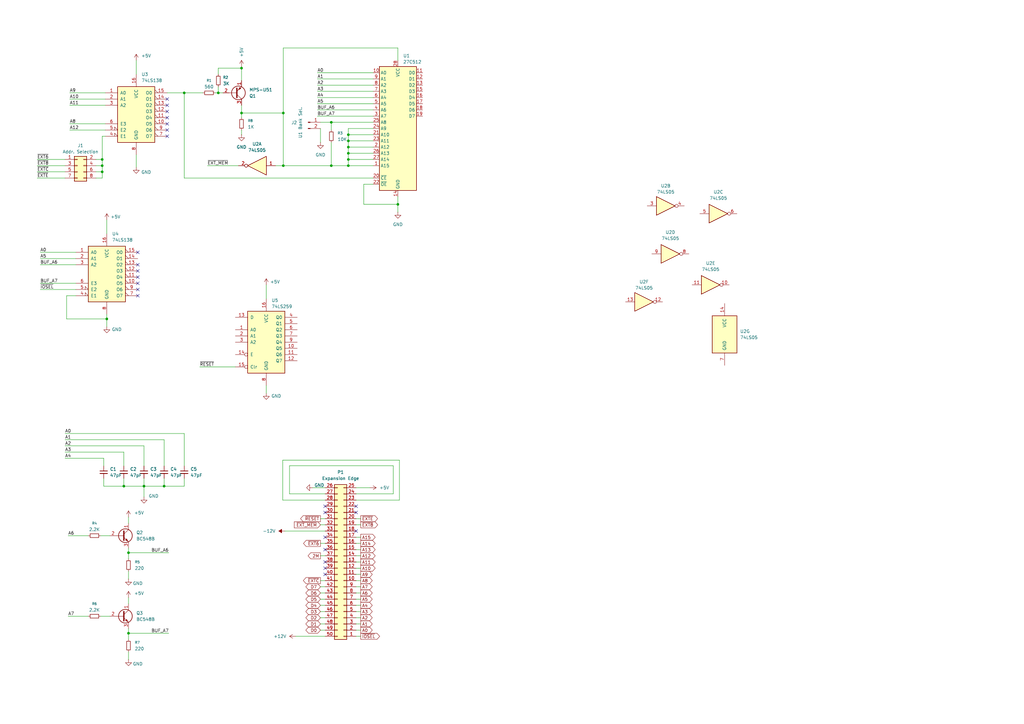
<source format=kicad_sch>
(kicad_sch (version 20250114) (generator "eeschema") (generator_version "9.0")
  (paper "A3")
  (lib_symbols
    (symbol "74xx:74LS05" (pin_names (offset 1.016))
      (property "Reference" "U" (at 0 1.27 0))
      (property "Value" "74LS05" (at 0 -1.27 0))
      (symbol "74LS05_1_0"
        (polyline (pts (xy -3.81 3.81) (xy -3.81 -3.81) (xy 3.81 0) (xy -3.81 3.81)) (stroke (width 0.254)) (fill (type background)))
        (pin input line (at -7.62 0 0) (length 3.81) (name "~") (number "1"))
        (pin open_collector inverted (at 7.62 0 180) (length 3.81) (name "~") (number "2"))
      )
      (symbol "74LS05_2_0"
        (polyline (pts (xy -3.81 3.81) (xy -3.81 -3.81) (xy 3.81 0) (xy -3.81 3.81)) (stroke (width 0.254)) (fill (type background)))
        (pin input line (at -7.62 0 0) (length 3.81) (name "~") (number "3"))
        (pin open_collector inverted (at 7.62 0 180) (length 3.81) (name "~") (number "4"))
      )
      (symbol "74LS05_3_0"
        (polyline (pts (xy -3.81 3.81) (xy -3.81 -3.81) (xy 3.81 0) (xy -3.81 3.81)) (stroke (width 0.254)) (fill (type background)))
        (pin input line (at -7.62 0 0) (length 3.81) (name "~") (number "5"))
        (pin open_collector inverted (at 7.62 0 180) (length 3.81) (name "~") (number "6"))
      )
      (symbol "74LS05_4_0"
        (polyline (pts (xy -3.81 3.81) (xy -3.81 -3.81) (xy 3.81 0) (xy -3.81 3.81)) (stroke (width 0.254)) (fill (type background)))
        (pin input line (at -7.62 0 0) (length 3.81) (name "~") (number "9"))
        (pin open_collector inverted (at 7.62 0 180) (length 3.81) (name "~") (number "8"))
      )
      (symbol "74LS05_5_0"
        (polyline (pts (xy -3.81 3.81) (xy -3.81 -3.81) (xy 3.81 0) (xy -3.81 3.81)) (stroke (width 0.254)) (fill (type background)))
        (pin input line (at -7.62 0 0) (length 3.81) (name "~") (number "11"))
        (pin open_collector inverted (at 7.62 0 180) (length 3.81) (name "~") (number "10"))
      )
      (symbol "74LS05_6_0"
        (polyline (pts (xy -3.81 3.81) (xy -3.81 -3.81) (xy 3.81 0) (xy -3.81 3.81)) (stroke (width 0.254)) (fill (type background)))
        (pin input line (at -7.62 0 0) (length 3.81) (name "~") (number "13"))
        (pin open_collector inverted (at 7.62 0 180) (length 3.81) (name "~") (number "12"))
      )
      (symbol "74LS05_7_0"
        (pin power_in line (at 0 12.7 270) (length 5.08) (name "VCC") (number "14"))
        (pin power_in line (at 0 -12.7 90) (length 5.08) (name "GND") (number "7"))
      )
      (symbol "74LS05_7_1"
        (rectangle (start -5.08 7.62) (end 5.08 -7.62) (stroke (width 0.254)) (fill (type background)))
      )
    )
    (symbol "74xx:74LS138" (pin_names (offset 1.016))
      (property "Reference" "U" (at -7.62 11.43 0))
      (property "Value" "74LS138" (at -7.62 -13.97 0))
      (symbol "74LS138_1_0"
        (pin input line (at -12.7 7.62 0) (length 5.08) (name "A0") (number "1"))
        (pin input line (at -12.7 5.08 0) (length 5.08) (name "A1") (number "2"))
        (pin input line (at -12.7 2.54 0) (length 5.08) (name "A2") (number "3"))
        (pin input line (at -12.7 -5.08 0) (length 5.08) (name "E3") (number "6"))
        (pin input input_low (at -12.7 -7.62 0) (length 5.08) (name "E2") (number "5"))
        (pin input input_low (at -12.7 -10.16 0) (length 5.08) (name "E1") (number "4"))
        (pin power_in line (at 0 15.24 270) (length 5.08) (name "VCC") (number "16"))
        (pin power_in line (at 0 -17.78 90) (length 5.08) (name "GND") (number "8"))
        (pin output output_low (at 12.7 7.62 180) (length 5.08) (name "O0") (number "15"))
        (pin output output_low (at 12.7 5.08 180) (length 5.08) (name "O1") (number "14"))
        (pin output output_low (at 12.7 2.54 180) (length 5.08) (name "O2") (number "13"))
        (pin output output_low (at 12.7 0 180) (length 5.08) (name "O3") (number "12"))
        (pin output output_low (at 12.7 -2.54 180) (length 5.08) (name "O4") (number "11"))
        (pin output output_low (at 12.7 -5.08 180) (length 5.08) (name "O5") (number "10"))
        (pin output output_low (at 12.7 -7.62 180) (length 5.08) (name "O6") (number "9"))
        (pin output output_low (at 12.7 -10.16 180) (length 5.08) (name "O7") (number "7"))
      )
      (symbol "74LS138_1_1"
        (rectangle (start -7.62 10.16) (end 7.62 -12.7) (stroke (width 0.254)) (fill (type background)))
      )
    )
    (symbol "74xx:74LS259" (pin_names (offset 1.016))
      (property "Reference" "U" (at -7.62 13.97 0))
      (property "Value" "74LS259" (at -7.62 -13.97 0))
      (symbol "74LS259_1_0"
        (pin input line (at -12.7 10.16 0) (length 5.08) (name "D") (number "13"))
        (pin input line (at -12.7 5.08 0) (length 5.08) (name "A0") (number "1"))
        (pin input line (at -12.7 2.54 0) (length 5.08) (name "A1") (number "2"))
        (pin input line (at -12.7 0 0) (length 5.08) (name "A2") (number "3"))
        (pin input inverted (at -12.7 -5.08 0) (length 5.08) (name "E") (number "14"))
        (pin input inverted (at -12.7 -10.16 0) (length 5.08) (name "Clr") (number "15"))
        (pin power_in line (at 0 17.78 270) (length 5.08) (name "VCC") (number "16"))
        (pin power_in line (at 0 -17.78 90) (length 5.08) (name "GND") (number "8"))
        (pin output line (at 12.7 10.16 180) (length 5.08) (name "Q0") (number "4"))
        (pin output line (at 12.7 7.62 180) (length 5.08) (name "Q1") (number "5"))
        (pin output line (at 12.7 5.08 180) (length 5.08) (name "Q2") (number "6"))
        (pin output line (at 12.7 2.54 180) (length 5.08) (name "Q3") (number "7"))
        (pin output line (at 12.7 0 180) (length 5.08) (name "Q4") (number "9"))
        (pin output line (at 12.7 -2.54 180) (length 5.08) (name "Q5") (number "10"))
        (pin output line (at 12.7 -5.08 180) (length 5.08) (name "Q6") (number "11"))
        (pin output line (at 12.7 -7.62 180) (length 5.08) (name "Q7") (number "12"))
      )
      (symbol "74LS259_1_1"
        (rectangle (start -7.62 12.7) (end 7.62 -12.7) (stroke (width 0.254)) (fill (type background)))
      )
    )
    (symbol "Connector:Conn_01x02_Pin" (pin_names (offset 1.016) (hide yes))
      (property "Reference" "J" (at 0 2.54 0))
      (property "Value" "Conn_01x02_Pin" (at 0 -5.08 0))
      (symbol "Conn_01x02_Pin_1_1"
        (rectangle (start 0.8636 0.127) (end 0 -0.127) (stroke (width 0.1524)) (fill (type outline)))
        (rectangle (start 0.8636 -2.413) (end 0 -2.667) (stroke (width 0.1524)) (fill (type outline)))
        (polyline (pts (xy 1.27 0) (xy 0.8636 0)) (stroke (width 0.1524)))
        (polyline (pts (xy 1.27 -2.54) (xy 0.8636 -2.54)) (stroke (width 0.1524)))
        (pin passive line (at 5.08 0 180) (length 3.81) (name "Pin_1") (number "1"))
        (pin passive line (at 5.08 -2.54 180) (length 3.81) (name "Pin_2") (number "2"))
      )
    )
    (symbol "Connector_Generic:Conn_02x04_Odd_Even" (pin_names (offset 1.016) (hide yes))
      (property "Reference" "J" (at 1.27 5.08 0))
      (property "Value" "Conn_02x04_Odd_Even" (at 1.27 -7.62 0))
      (symbol "Conn_02x04_Odd_Even_1_1"
        (rectangle (start -1.27 3.81) (end 3.81 -6.35) (stroke (width 0.254)) (fill (type background)))
        (rectangle (start -1.27 2.667) (end 0 2.413) (stroke (width 0.1524)))
        (rectangle (start -1.27 0.127) (end 0 -0.127) (stroke (width 0.1524)))
        (rectangle (start -1.27 -2.413) (end 0 -2.667) (stroke (width 0.1524)))
        (rectangle (start -1.27 -4.953) (end 0 -5.207) (stroke (width 0.1524)))
        (rectangle (start 3.81 2.667) (end 2.54 2.413) (stroke (width 0.1524)))
        (rectangle (start 3.81 0.127) (end 2.54 -0.127) (stroke (width 0.1524)))
        (rectangle (start 3.81 -2.413) (end 2.54 -2.667) (stroke (width 0.1524)))
        (rectangle (start 3.81 -4.953) (end 2.54 -5.207) (stroke (width 0.1524)))
        (pin passive line (at -5.08 2.54 0) (length 3.81) (name "Pin_1") (number "1"))
        (pin passive line (at -5.08 0 0) (length 3.81) (name "Pin_3") (number "3"))
        (pin passive line (at -5.08 -2.54 0) (length 3.81) (name "Pin_5") (number "5"))
        (pin passive line (at -5.08 -5.08 0) (length 3.81) (name "Pin_7") (number "7"))
        (pin passive line (at 7.62 2.54 180) (length 3.81) (name "Pin_2") (number "2"))
        (pin passive line (at 7.62 0 180) (length 3.81) (name "Pin_4") (number "4"))
        (pin passive line (at 7.62 -2.54 180) (length 3.81) (name "Pin_6") (number "6"))
        (pin passive line (at 7.62 -5.08 180) (length 3.81) (name "Pin_8") (number "8"))
      )
    )
    (symbol "Connector_Generic:Conn_02x25_Counter_Clockwise" (pin_names (offset 1.016) (hide yes))
      (property "Reference" "J" (at 1.27 33.02 0))
      (property "Value" "Conn_02x25_Counter_Clockwise" (at 1.27 -33.02 0))
      (symbol "Conn_02x25_Counter_Clockwise_1_1"
        (rectangle (start -1.27 31.75) (end 3.81 -31.75) (stroke (width 0.254)) (fill (type background)))
        (rectangle (start -1.27 30.607) (end 0 30.353) (stroke (width 0.1524)))
        (rectangle (start -1.27 28.067) (end 0 27.813) (stroke (width 0.1524)))
        (rectangle (start -1.27 25.527) (end 0 25.273) (stroke (width 0.1524)))
        (rectangle (start -1.27 22.987) (end 0 22.733) (stroke (width 0.1524)))
        (rectangle (start -1.27 20.447) (end 0 20.193) (stroke (width 0.1524)))
        (rectangle (start -1.27 17.907) (end 0 17.653) (stroke (width 0.1524)))
        (rectangle (start -1.27 15.367) (end 0 15.113) (stroke (width 0.1524)))
        (rectangle (start -1.27 12.827) (end 0 12.573) (stroke (width 0.1524)))
        (rectangle (start -1.27 10.287) (end 0 10.033) (stroke (width 0.1524)))
        (rectangle (start -1.27 7.747) (end 0 7.493) (stroke (width 0.1524)))
        (rectangle (start -1.27 5.207) (end 0 4.953) (stroke (width 0.1524)))
        (rectangle (start -1.27 2.667) (end 0 2.413) (stroke (width 0.1524)))
        (rectangle (start -1.27 0.127) (end 0 -0.127) (stroke (width 0.1524)))
        (rectangle (start -1.27 -2.413) (end 0 -2.667) (stroke (width 0.1524)))
        (rectangle (start -1.27 -4.953) (end 0 -5.207) (stroke (width 0.1524)))
        (rectangle (start -1.27 -7.493) (end 0 -7.747) (stroke (width 0.1524)))
        (rectangle (start -1.27 -10.033) (end 0 -10.287) (stroke (width 0.1524)))
        (rectangle (start -1.27 -12.573) (end 0 -12.827) (stroke (width 0.1524)))
        (rectangle (start -1.27 -15.113) (end 0 -15.367) (stroke (width 0.1524)))
        (rectangle (start -1.27 -17.653) (end 0 -17.907) (stroke (width 0.1524)))
        (rectangle (start -1.27 -20.193) (end 0 -20.447) (stroke (width 0.1524)))
        (rectangle (start -1.27 -22.733) (end 0 -22.987) (stroke (width 0.1524)))
        (rectangle (start -1.27 -25.273) (end 0 -25.527) (stroke (width 0.1524)))
        (rectangle (start -1.27 -27.813) (end 0 -28.067) (stroke (width 0.1524)))
        (rectangle (start -1.27 -30.353) (end 0 -30.607) (stroke (width 0.1524)))
        (rectangle (start 3.81 30.607) (end 2.54 30.353) (stroke (width 0.1524)))
        (rectangle (start 3.81 28.067) (end 2.54 27.813) (stroke (width 0.1524)))
        (rectangle (start 3.81 25.527) (end 2.54 25.273) (stroke (width 0.1524)))
        (rectangle (start 3.81 22.987) (end 2.54 22.733) (stroke (width 0.1524)))
        (rectangle (start 3.81 20.447) (end 2.54 20.193) (stroke (width 0.1524)))
        (rectangle (start 3.81 17.907) (end 2.54 17.653) (stroke (width 0.1524)))
        (rectangle (start 3.81 15.367) (end 2.54 15.113) (stroke (width 0.1524)))
        (rectangle (start 3.81 12.827) (end 2.54 12.573) (stroke (width 0.1524)))
        (rectangle (start 3.81 10.287) (end 2.54 10.033) (stroke (width 0.1524)))
        (rectangle (start 3.81 7.747) (end 2.54 7.493) (stroke (width 0.1524)))
        (rectangle (start 3.81 5.207) (end 2.54 4.953) (stroke (width 0.1524)))
        (rectangle (start 3.81 2.667) (end 2.54 2.413) (stroke (width 0.1524)))
        (rectangle (start 3.81 0.127) (end 2.54 -0.127) (stroke (width 0.1524)))
        (rectangle (start 3.81 -2.413) (end 2.54 -2.667) (stroke (width 0.1524)))
        (rectangle (start 3.81 -4.953) (end 2.54 -5.207) (stroke (width 0.1524)))
        (rectangle (start 3.81 -7.493) (end 2.54 -7.747) (stroke (width 0.1524)))
        (rectangle (start 3.81 -10.033) (end 2.54 -10.287) (stroke (width 0.1524)))
        (rectangle (start 3.81 -12.573) (end 2.54 -12.827) (stroke (width 0.1524)))
        (rectangle (start 3.81 -15.113) (end 2.54 -15.367) (stroke (width 0.1524)))
        (rectangle (start 3.81 -17.653) (end 2.54 -17.907) (stroke (width 0.1524)))
        (rectangle (start 3.81 -20.193) (end 2.54 -20.447) (stroke (width 0.1524)))
        (rectangle (start 3.81 -22.733) (end 2.54 -22.987) (stroke (width 0.1524)))
        (rectangle (start 3.81 -25.273) (end 2.54 -25.527) (stroke (width 0.1524)))
        (rectangle (start 3.81 -27.813) (end 2.54 -28.067) (stroke (width 0.1524)))
        (rectangle (start 3.81 -30.353) (end 2.54 -30.607) (stroke (width 0.1524)))
        (pin passive line (at -5.08 30.48 0) (length 3.81) (name "Pin_1") (number "1"))
        (pin passive line (at -5.08 27.94 0) (length 3.81) (name "Pin_2") (number "2"))
        (pin passive line (at -5.08 25.4 0) (length 3.81) (name "Pin_3") (number "3"))
        (pin passive line (at -5.08 22.86 0) (length 3.81) (name "Pin_4") (number "4"))
        (pin passive line (at -5.08 20.32 0) (length 3.81) (name "Pin_5") (number "5"))
        (pin passive line (at -5.08 17.78 0) (length 3.81) (name "Pin_6") (number "6"))
        (pin passive line (at -5.08 15.24 0) (length 3.81) (name "Pin_7") (number "7"))
        (pin passive line (at -5.08 12.7 0) (length 3.81) (name "Pin_8") (number "8"))
        (pin passive line (at -5.08 10.16 0) (length 3.81) (name "Pin_9") (number "9"))
        (pin passive line (at -5.08 7.62 0) (length 3.81) (name "Pin_10") (number "10"))
        (pin passive line (at -5.08 5.08 0) (length 3.81) (name "Pin_11") (number "11"))
        (pin passive line (at -5.08 2.54 0) (length 3.81) (name "Pin_12") (number "12"))
        (pin passive line (at -5.08 0 0) (length 3.81) (name "Pin_13") (number "13"))
        (pin passive line (at -5.08 -2.54 0) (length 3.81) (name "Pin_14") (number "14"))
        (pin passive line (at -5.08 -5.08 0) (length 3.81) (name "Pin_15") (number "15"))
        (pin passive line (at -5.08 -7.62 0) (length 3.81) (name "Pin_16") (number "16"))
        (pin passive line (at -5.08 -10.16 0) (length 3.81) (name "Pin_17") (number "17"))
        (pin passive line (at -5.08 -12.7 0) (length 3.81) (name "Pin_18") (number "18"))
        (pin passive line (at -5.08 -15.24 0) (length 3.81) (name "Pin_19") (number "19"))
        (pin passive line (at -5.08 -17.78 0) (length 3.81) (name "Pin_20") (number "20"))
        (pin passive line (at -5.08 -20.32 0) (length 3.81) (name "Pin_21") (number "21"))
        (pin passive line (at -5.08 -22.86 0) (length 3.81) (name "Pin_22") (number "22"))
        (pin passive line (at -5.08 -25.4 0) (length 3.81) (name "Pin_23") (number "23"))
        (pin passive line (at -5.08 -27.94 0) (length 3.81) (name "Pin_24") (number "24"))
        (pin passive line (at -5.08 -30.48 0) (length 3.81) (name "Pin_25") (number "25"))
        (pin passive line (at 7.62 30.48 180) (length 3.81) (name "Pin_50") (number "50"))
        (pin passive line (at 7.62 27.94 180) (length 3.81) (name "Pin_49") (number "49"))
        (pin passive line (at 7.62 25.4 180) (length 3.81) (name "Pin_48") (number "48"))
        (pin passive line (at 7.62 22.86 180) (length 3.81) (name "Pin_47") (number "47"))
        (pin passive line (at 7.62 20.32 180) (length 3.81) (name "Pin_46") (number "46"))
        (pin passive line (at 7.62 17.78 180) (length 3.81) (name "Pin_45") (number "45"))
        (pin passive line (at 7.62 15.24 180) (length 3.81) (name "Pin_44") (number "44"))
        (pin passive line (at 7.62 12.7 180) (length 3.81) (name "Pin_43") (number "43"))
        (pin passive line (at 7.62 10.16 180) (length 3.81) (name "Pin_42") (number "42"))
        (pin passive line (at 7.62 7.62 180) (length 3.81) (name "Pin_41") (number "41"))
        (pin passive line (at 7.62 5.08 180) (length 3.81) (name "Pin_40") (number "40"))
        (pin passive line (at 7.62 2.54 180) (length 3.81) (name "Pin_39") (number "39"))
        (pin passive line (at 7.62 0 180) (length 3.81) (name "Pin_38") (number "38"))
        (pin passive line (at 7.62 -2.54 180) (length 3.81) (name "Pin_37") (number "37"))
        (pin passive line (at 7.62 -5.08 180) (length 3.81) (name "Pin_36") (number "36"))
        (pin passive line (at 7.62 -7.62 180) (length 3.81) (name "Pin_35") (number "35"))
        (pin passive line (at 7.62 -10.16 180) (length 3.81) (name "Pin_34") (number "34"))
        (pin passive line (at 7.62 -12.7 180) (length 3.81) (name "Pin_33") (number "33"))
        (pin passive line (at 7.62 -15.24 180) (length 3.81) (name "Pin_32") (number "32"))
        (pin passive line (at 7.62 -17.78 180) (length 3.81) (name "Pin_31") (number "31"))
        (pin passive line (at 7.62 -20.32 180) (length 3.81) (name "Pin_30") (number "30"))
        (pin passive line (at 7.62 -22.86 180) (length 3.81) (name "Pin_29") (number "29"))
        (pin passive line (at 7.62 -25.4 180) (length 3.81) (name "Pin_28") (number "28"))
        (pin passive line (at 7.62 -27.94 180) (length 3.81) (name "Pin_27") (number "27"))
        (pin passive line (at 7.62 -30.48 180) (length 3.81) (name "Pin_26") (number "26"))
      )
    )
    (symbol "Device:C_Small" (pin_numbers (hide yes)) (pin_names (offset 0.254) (hide yes))
      (property "Reference" "C" (at 0.254 1.778 0))
      (property "Value" "C_Small" (at 0.254 -2.032 0))
      (symbol "C_Small_0_1"
        (polyline (pts (xy -1.524 0.508) (xy 1.524 0.508)) (stroke (width 0.3048)))
        (polyline (pts (xy -1.524 -0.508) (xy 1.524 -0.508)) (stroke (width 0.3302)))
      )
      (symbol "C_Small_1_1"
        (pin passive line (at 0 2.54 270) (length 2.032) (name "~") (number "1"))
        (pin passive line (at 0 -2.54 90) (length 2.032) (name "~") (number "2"))
      )
    )
    (symbol "Device:R_Small" (pin_numbers (hide yes)) (pin_names (offset 0.254) (hide yes))
      (property "Reference" "R" (at 0 0 90))
      (property "Value" "R_Small" (at 1.778 0 90))
      (symbol "R_Small_0_1"
        (rectangle (start -0.762 1.778) (end 0.762 -1.778) (stroke (width 0.2032)))
      )
      (symbol "R_Small_1_1"
        (pin passive line (at 0 2.54 270) (length 0.762) (name "~") (number "1"))
        (pin passive line (at 0 -2.54 90) (length 0.762) (name "~") (number "2"))
      )
    )
    (symbol "GND_1" (power) (pin_numbers (hide yes)) (pin_names (offset 0) (hide yes))
      (property "Value" "GND" (at 0 -3.81 0))
      (symbol "GND_1_0_1"
        (polyline (pts (xy 0 0) (xy 0 -1.27) (xy 1.27 -1.27) (xy 0 -2.54) (xy -1.27 -1.27) (xy 0 -1.27)))
      )
      (symbol "GND_1_1_1"
        (pin power_in line (at 0 0 270) (length 0) (name "~") (number "1"))
      )
    )
    (symbol "GND_2" (power) (pin_numbers (hide yes)) (pin_names (offset 0) (hide yes))
      (property "Value" "GND" (at 0 -3.81 0))
      (symbol "GND_2_0_1"
        (polyline (pts (xy 0 0) (xy 0 -1.27) (xy 1.27 -1.27) (xy 0 -2.54) (xy -1.27 -1.27) (xy 0 -1.27)))
      )
      (symbol "GND_2_1_1"
        (pin power_in line (at 0 0 270) (length 0) (name "~") (number "1"))
      )
    )
    (symbol "Memory_EPROM:27C512"
      (property "Reference" "U" (at -7.62 26.67 0))
      (property "Value" "27C512" (at 2.54 -26.67 0))
      (symbol "27C512_1_1"
        (rectangle (start -7.62 25.4) (end 7.62 -25.4) (stroke (width 0.254)) (fill (type background)))
        (pin input line (at -10.16 22.86 0) (length 2.54) (name "A0") (number "10"))
        (pin input line (at -10.16 20.32 0) (length 2.54) (name "A1") (number "9"))
        (pin input line (at -10.16 17.78 0) (length 2.54) (name "A2") (number "8"))
        (pin input line (at -10.16 15.24 0) (length 2.54) (name "A3") (number "7"))
        (pin input line (at -10.16 12.7 0) (length 2.54) (name "A4") (number "6"))
        (pin input line (at -10.16 10.16 0) (length 2.54) (name "A5") (number "5"))
        (pin input line (at -10.16 7.62 0) (length 2.54) (name "A6") (number "4"))
        (pin input line (at -10.16 5.08 0) (length 2.54) (name "A7") (number "3"))
        (pin input line (at -10.16 2.54 0) (length 2.54) (name "A8") (number "25"))
        (pin input line (at -10.16 0 0) (length 2.54) (name "A9") (number "24"))
        (pin input line (at -10.16 -2.54 0) (length 2.54) (name "A10") (number "21"))
        (pin input line (at -10.16 -5.08 0) (length 2.54) (name "A11") (number "23"))
        (pin input line (at -10.16 -7.62 0) (length 2.54) (name "A12") (number "2"))
        (pin input line (at -10.16 -10.16 0) (length 2.54) (name "A13") (number "26"))
        (pin input line (at -10.16 -12.7 0) (length 2.54) (name "A14") (number "27"))
        (pin input line (at -10.16 -15.24 0) (length 2.54) (name "A15") (number "1"))
        (pin input line (at -10.16 -20.32 0) (length 2.54) (name "~{CE}") (number "20"))
        (pin input line (at -10.16 -22.86 0) (length 2.54) (name "~{OE}") (number "22"))
        (pin power_in line (at 0 27.94 270) (length 2.54) (name "VCC") (number "28"))
        (pin power_in line (at 0 -27.94 90) (length 2.54) (name "GND") (number "14"))
        (pin tri_state line (at 10.16 22.86 180) (length 2.54) (name "D0") (number "11"))
        (pin tri_state line (at 10.16 20.32 180) (length 2.54) (name "D1") (number "12"))
        (pin tri_state line (at 10.16 17.78 180) (length 2.54) (name "D2") (number "13"))
        (pin tri_state line (at 10.16 15.24 180) (length 2.54) (name "D3") (number "15"))
        (pin tri_state line (at 10.16 12.7 180) (length 2.54) (name "D4") (number "16"))
        (pin tri_state line (at 10.16 10.16 180) (length 2.54) (name "D5") (number "17"))
        (pin tri_state line (at 10.16 7.62 180) (length 2.54) (name "D6") (number "18"))
        (pin tri_state line (at 10.16 5.08 180) (length 2.54) (name "D7") (number "19"))
      )
    )
    (symbol "Transistor_BJT:BC548" (pin_names (offset 0) (hide yes))
      (property "Reference" "Q" (at 5.08 1.905 0))
      (property "Value" "BC548" (at 5.08 0 0))
      (symbol "BC548_0_1"
        (polyline (pts (xy -2.54 0) (xy 0.635 0)))
        (polyline (pts (xy 0.635 1.905) (xy 0.635 -1.905)) (stroke (width 0.508)))
        (circle (center 1.27 0) (radius 2.8194) (stroke (width 0.254)))
      )
      (symbol "BC548_1_1"
        (polyline (pts (xy 0.635 0.635) (xy 2.54 2.54)))
        (polyline (pts (xy 0.635 -0.635) (xy 2.54 -2.54)))
        (polyline (pts (xy 1.27 -1.778) (xy 1.778 -1.27) (xy 2.286 -2.286) (xy 1.27 -1.778)) (fill (type outline)))
        (pin input line (at -5.08 0 0) (length 2.54) (name "B") (number "2"))
        (pin passive line (at 2.54 5.08 270) (length 2.54) (name "C") (number "1"))
        (pin passive line (at 2.54 -5.08 90) (length 2.54) (name "E") (number "3"))
      )
    )
    (symbol "Transistor_BJT:Q_PNP_EBC" (pin_names (offset 0) (hide yes))
      (property "Reference" "Q" (at 5.08 1.27 0))
      (property "Value" "Q_PNP_EBC" (at 5.08 -1.27 0))
      (symbol "Q_PNP_EBC_0_1"
        (polyline (pts (xy -2.54 0) (xy 0.635 0)))
        (polyline (pts (xy 0.635 1.905) (xy 0.635 -1.905)) (stroke (width 0.508)))
        (polyline (pts (xy 0.635 0.635) (xy 2.54 2.54)))
        (polyline (pts (xy 0.635 -0.635) (xy 2.54 -2.54)))
        (circle (center 1.27 0) (radius 2.8194) (stroke (width 0.254)))
        (polyline (pts (xy 2.286 -1.778) (xy 1.778 -2.286) (xy 1.27 -1.27) (xy 2.286 -1.778)) (fill (type outline)))
      )
      (symbol "Q_PNP_EBC_1_1"
        (pin input line (at -5.08 0 0) (length 2.54) (name "B") (number "2"))
        (pin passive line (at 2.54 5.08 270) (length 2.54) (name "C") (number "3"))
        (pin passive line (at 2.54 -5.08 90) (length 2.54) (name "E") (number "1"))
      )
    )
    (symbol "power:+12V" (power) (pin_names (offset 0))
      (property "Value" "+12V" (at 0 3.556 0))
      (symbol "+12V_0_1"
        (polyline (pts (xy -0.762 1.27) (xy 0 2.54)))
        (polyline (pts (xy 0 2.54) (xy 0.762 1.27)))
        (polyline (pts (xy 0 0) (xy 0 2.54)))
      )
      (symbol "+12V_1_1"
        (pin power_in line (at 0 0 90) (length 0) (hide yes) (name "+12V") (number "1"))
      )
    )
    (symbol "power:+5V" (power) (pin_names (offset 0))
      (property "Value" "+5V" (at 0 3.556 0))
      (symbol "+5V_0_1"
        (polyline (pts (xy -0.762 1.27) (xy 0 2.54)))
        (polyline (pts (xy 0 2.54) (xy 0.762 1.27)))
        (polyline (pts (xy 0 0) (xy 0 2.54)))
      )
      (symbol "+5V_1_1"
        (pin power_in line (at 0 0 90) (length 0) (hide yes) (name "+5V") (number "1"))
      )
    )
    (symbol "power:-12V" (power) (pin_names (offset 0))
      (property "Value" "-12V" (at 0 3.81 0))
      (symbol "-12V_0_0"
        (pin power_in line (at 0 0 90) (length 0) (hide yes) (name "-12V") (number "1"))
      )
      (symbol "-12V_0_1"
        (polyline (pts (xy 0 0) (xy 0 1.27) (xy 0.762 1.27) (xy 0 2.54) (xy -0.762 1.27) (xy 0 1.27)) (fill (type outline)))
      )
    )
    (symbol "power:GND" (power) (pin_names (offset 0))
      (property "Value" "GND" (at 0 -3.81 0))
      (symbol "GND_0_1"
        (polyline (pts (xy 0 0) (xy 0 -1.27) (xy 1.27 -1.27) (xy 0 -2.54) (xy -1.27 -1.27) (xy 0 -1.27)))
      )
      (symbol "GND_1_1"
        (pin power_in line (at 0 0 270) (length 0) (hide yes) (name "GND") (number "1"))
      )
    )
  )
  (junction (at 142.875 62.865))
  (junction (at 116.205 67.945))
  (junction (at 59.055 199.39))
  (junction (at 142.875 67.945))
  (junction (at 52.705 226.695))
  (junction (at 67.31 199.39))
  (junction (at 41.91 65.405))
  (junction (at 99.06 27.94))
  (junction (at 52.705 259.715))
  (junction (at 142.875 57.785))
  (junction (at 50.8 199.39))
  (junction (at 99.06 46.355))
  (junction (at 142.875 60.325))
  (junction (at 116.205 46.355))
  (junction (at 135.89 67.945))
  (junction (at 89.535 38.1))
  (junction (at 41.91 70.485))
  (junction (at 75.565 38.1))
  (junction (at 142.875 55.245))
  (junction (at 43.815 130.81))
  (junction (at 135.89 50.165))
  (junction (at 163.195 83.82))
  (junction (at 142.875 65.405))
  (junction (at 41.91 67.945))
  (no_connect (at 68.58 45.72))
  (no_connect (at 146.05 207.645))
  (no_connect (at 133.35 210.185))
  (no_connect (at 56.515 103.505))
  (no_connect (at 133.35 233.045))
  (no_connect (at 56.515 108.585))
  (no_connect (at 56.515 113.665))
  (no_connect (at 56.515 116.205))
  (no_connect (at 133.35 230.505))
  (no_connect (at 146.05 210.185))
  (no_connect (at 133.35 225.425))
  (no_connect (at 133.35 207.645))
  (no_connect (at 56.515 118.745))
  (no_connect (at 68.58 40.64))
  (no_connect (at 146.05 217.805))
  (no_connect (at 68.58 55.88))
  (no_connect (at 68.58 48.26))
  (no_connect (at 133.35 235.585))
  (no_connect (at 68.58 43.18))
  (no_connect (at 56.515 121.285))
  (no_connect (at 56.515 111.125))
  (no_connect (at 133.35 220.345))
  (no_connect (at 68.58 53.34))
  (no_connect (at 68.58 50.8))
  (wire (pts (xy 142.875 55.245) (xy 142.875 57.785)))
  (wire (pts (xy 135.89 50.165) (xy 153.035 50.165)))
  (wire (pts (xy 28.575 40.64) (xy 43.18 40.64)))
  (wire (pts (xy 75.565 73.025) (xy 153.035 73.025)))
  (wire (pts (xy 130.175 32.385) (xy 153.035 32.385)))
  (wire (pts (xy 116.205 67.945) (xy 135.89 67.945)))
  (wire (pts (xy 118.745 191.008) (xy 118.745 202.565)))
  (wire (pts (xy 153.035 57.785) (xy 142.875 57.785)))
  (wire (pts (xy 52.705 212.09) (xy 52.705 214.63)))
  (wire (pts (xy 146.05 250.825) (xy 147.955 250.825)))
  (wire (pts (xy 43.815 95.885) (xy 43.815 90.17)))
  (wire (pts (xy 75.565 177.8) (xy 75.565 191.135)))
  (wire (pts (xy 16.51 108.585) (xy 31.115 108.585)))
  (wire (pts (xy 146.05 222.885) (xy 147.955 222.885)))
  (wire (pts (xy 161.29 191.008) (xy 118.745 191.008)))
  (wire (pts (xy 55.88 30.48) (xy 55.88 24.765)))
  (wire (pts (xy 142.875 52.705) (xy 142.875 55.245)))
  (wire (pts (xy 142.875 65.405) (xy 142.875 67.945)))
  (wire (pts (xy 115.951 205.105) (xy 133.35 205.105)))
  (wire (pts (xy 131.445 227.965) (xy 133.35 227.965)))
  (wire (pts (xy 99.06 46.355) (xy 99.06 48.26)))
  (wire (pts (xy 146.05 215.265) (xy 147.955 215.265)))
  (wire (pts (xy 131.445 253.365) (xy 133.35 253.365)))
  (wire (pts (xy 89.535 35.56) (xy 89.535 38.1)))
  (wire (pts (xy 153.035 67.945) (xy 142.875 67.945)))
  (wire (pts (xy 109.22 122.555) (xy 109.22 116.84)))
  (wire (pts (xy 39.37 65.405) (xy 41.91 65.405)))
  (wire (pts (xy 26.67 187.96) (xy 42.545 187.96)))
  (wire (pts (xy 146.05 248.285) (xy 147.955 248.285)))
  (wire (pts (xy 163.83 205.105) (xy 163.83 188.722)))
  (wire (pts (xy 99.06 53.34) (xy 99.06 55.245)))
  (wire (pts (xy 43.18 55.88) (xy 41.91 55.88)))
  (wire (pts (xy 16.51 103.505) (xy 31.115 103.505)))
  (wire (pts (xy 146.05 240.665) (xy 147.955 240.665)))
  (wire (pts (xy 52.705 245.11) (xy 52.705 247.65)))
  (wire (pts (xy 128.27 200.025) (xy 133.35 200.025)))
  (wire (pts (xy 146.05 235.585) (xy 147.955 235.585)))
  (wire (pts (xy 41.91 70.485) (xy 41.91 73.025)))
  (wire (pts (xy 43.815 133.985) (xy 43.815 130.81)))
  (wire (pts (xy 149.225 75.565) (xy 149.225 83.82)))
  (wire (pts (xy 75.565 38.1) (xy 83.185 38.1)))
  (wire (pts (xy 131.445 243.205) (xy 133.35 243.205)))
  (wire (pts (xy 42.545 196.215) (xy 42.545 199.39)))
  (wire (pts (xy 28.575 38.1) (xy 43.18 38.1)))
  (wire (pts (xy 39.37 67.945) (xy 41.91 67.945)))
  (wire (pts (xy 153.035 65.405) (xy 142.875 65.405)))
  (wire (pts (xy 130.175 37.465) (xy 153.035 37.465)))
  (wire (pts (xy 146.05 253.365) (xy 147.955 253.365)))
  (wire (pts (xy 146.05 260.985) (xy 147.955 260.985)))
  (wire (pts (xy 26.67 182.88) (xy 59.055 182.88)))
  (wire (pts (xy 31.115 121.285) (xy 27.305 121.285)))
  (wire (pts (xy 163.195 19.685) (xy 116.205 19.685)))
  (wire (pts (xy 153.035 60.325) (xy 142.875 60.325)))
  (wire (pts (xy 59.055 199.39) (xy 59.055 203.835)))
  (wire (pts (xy 28.575 43.18) (xy 43.18 43.18)))
  (wire (pts (xy 113.03 67.945) (xy 116.205 67.945)))
  (wire (pts (xy 120.015 -3.175) (xy 120.015 -8.89)))
  (wire (pts (xy 131.445 238.125) (xy 133.35 238.125)))
  (wire (pts (xy 43.815 130.81) (xy 43.815 128.905)))
  (wire (pts (xy 131.445 245.745) (xy 133.35 245.745)))
  (wire (pts (xy 85.09 67.945) (xy 97.79 67.945)))
  (wire (pts (xy 26.67 177.8) (xy 75.565 177.8)))
  (wire (pts (xy 146.05 258.445) (xy 147.955 258.445)))
  (wire (pts (xy 50.8 185.42) (xy 50.8 191.135)))
  (wire (pts (xy 153.035 55.245) (xy 142.875 55.245)))
  (wire (pts (xy 28.575 53.34) (xy 43.18 53.34)))
  (wire (pts (xy 27.94 219.71) (xy 36.195 219.71)))
  (wire (pts (xy 115.951 188.722) (xy 115.951 205.105)))
  (wire (pts (xy 163.195 24.765) (xy 163.195 19.685)))
  (wire (pts (xy 135.89 67.945) (xy 142.875 67.945)))
  (wire (pts (xy 161.29 202.565) (xy 161.29 191.008)))
  (wire (pts (xy 142.875 60.325) (xy 142.875 62.865)))
  (wire (pts (xy 153.035 62.865) (xy 142.875 62.865)))
  (wire (pts (xy 135.89 53.34) (xy 135.89 50.165)))
  (wire (pts (xy 41.91 65.405) (xy 41.91 67.945)))
  (wire (pts (xy 109.22 161.29) (xy 109.22 158.115)))
  (wire (pts (xy 26.67 180.34) (xy 67.31 180.34)))
  (wire (pts (xy 131.445 240.665) (xy 133.35 240.665)))
  (wire (pts (xy 50.8 196.215) (xy 50.8 199.39)))
  (wire (pts (xy 15.24 73.025) (xy 26.67 73.025)))
  (wire (pts (xy 75.565 199.39) (xy 75.565 196.215)))
  (wire (pts (xy 131.445 255.905) (xy 133.35 255.905)))
  (wire (pts (xy 121.285 260.985) (xy 133.35 260.985)))
  (wire (pts (xy 163.195 83.82) (xy 163.195 86.995)))
  (wire (pts (xy 41.91 55.88) (xy 41.91 65.405)))
  (wire (pts (xy 146.05 220.345) (xy 147.955 220.345)))
  (wire (pts (xy 130.175 47.625) (xy 153.035 47.625)))
  (wire (pts (xy 75.565 73.025) (xy 75.565 38.1)))
  (wire (pts (xy 27.94 252.73) (xy 36.195 252.73)))
  (wire (pts (xy 146.05 225.425) (xy 147.955 225.425)))
  (wire (pts (xy 52.705 259.715) (xy 52.705 262.255)))
  (wire (pts (xy 146.05 202.565) (xy 161.29 202.565)))
  (wire (pts (xy 16.51 116.205) (xy 31.115 116.205)))
  (wire (pts (xy 39.37 73.025) (xy 41.91 73.025)))
  (wire (pts (xy 52.705 226.695) (xy 52.705 229.235)))
  (wire (pts (xy 130.175 29.845) (xy 153.035 29.845)))
  (wire (pts (xy 131.445 222.885) (xy 133.35 222.885)))
  (wire (pts (xy 99.06 46.355) (xy 116.205 46.355)))
  (wire (pts (xy 41.275 219.71) (xy 45.085 219.71)))
  (wire (pts (xy 89.535 38.1) (xy 91.44 38.1)))
  (wire (pts (xy 163.195 80.645) (xy 163.195 83.82)))
  (wire (pts (xy 130.175 40.005) (xy 153.035 40.005)))
  (wire (pts (xy 50.8 199.39) (xy 59.055 199.39)))
  (wire (pts (xy 130.175 45.085) (xy 153.035 45.085)))
  (wire (pts (xy 52.705 226.695) (xy 69.215 226.695)))
  (wire (pts (xy 16.51 106.045) (xy 31.115 106.045)))
  (wire (pts (xy 16.51 118.745) (xy 31.115 118.745)))
  (wire (pts (xy 146.05 230.505) (xy 147.955 230.505)))
  (wire (pts (xy 52.705 234.315) (xy 52.705 237.49)))
  (wire (pts (xy 59.055 182.88) (xy 59.055 191.135)))
  (wire (pts (xy 52.705 259.715) (xy 69.215 259.715)))
  (wire (pts (xy 41.275 252.73) (xy 45.085 252.73)))
  (wire (pts (xy 99.06 27.94) (xy 99.06 27.305)))
  (wire (pts (xy 146.05 255.905) (xy 147.955 255.905)))
  (wire (pts (xy 68.58 38.1) (xy 75.565 38.1)))
  (wire (pts (xy 146.05 245.745) (xy 147.955 245.745)))
  (wire (pts (xy 116.205 19.685) (xy 116.205 46.355)))
  (wire (pts (xy 153.035 75.565) (xy 149.225 75.565)))
  (wire (pts (xy 15.24 67.945) (xy 26.67 67.945)))
  (wire (pts (xy 142.875 57.785) (xy 142.875 60.325)))
  (wire (pts (xy 146.05 233.045) (xy 147.955 233.045)))
  (wire (pts (xy 26.67 185.42) (xy 50.8 185.42)))
  (wire (pts (xy 146.05 243.205) (xy 147.955 243.205)))
  (wire (pts (xy 131.445 52.705) (xy 131.445 58.42)))
  (wire (pts (xy 67.31 196.215) (xy 67.31 199.39)))
  (wire (pts (xy 118.745 202.565) (xy 133.35 202.565)))
  (wire (pts (xy 27.305 130.81) (xy 43.815 130.81)))
  (wire (pts (xy 146.05 212.725) (xy 147.955 212.725)))
  (wire (pts (xy 99.06 43.18) (xy 99.06 46.355)))
  (wire (pts (xy 41.91 67.945) (xy 41.91 70.485)))
  (wire (pts (xy 131.445 248.285) (xy 133.35 248.285)))
  (wire (pts (xy 146.05 200.025) (xy 151.765 200.025)))
  (wire (pts (xy 15.24 70.485) (xy 26.67 70.485)))
  (wire (pts (xy 116.84 217.805) (xy 133.35 217.805)))
  (wire (pts (xy 42.545 199.39) (xy 50.8 199.39)))
  (wire (pts (xy 55.88 68.58) (xy 55.88 63.5)))
  (wire (pts (xy 89.535 30.48) (xy 89.535 27.94)))
  (wire (pts (xy 131.445 258.445) (xy 133.35 258.445)))
  (wire (pts (xy 99.06 33.02) (xy 99.06 27.94)))
  (wire (pts (xy 81.915 150.495) (xy 96.52 150.495)))
  (wire (pts (xy 89.535 27.94) (xy 99.06 27.94)))
  (wire (pts (xy 52.705 257.81) (xy 52.705 259.715)))
  (wire (pts (xy 59.055 196.215) (xy 59.055 199.39)))
  (wire (pts (xy 131.445 215.265) (xy 133.35 215.265)))
  (wire (pts (xy 116.205 46.355) (xy 116.205 67.945)))
  (wire (pts (xy 135.89 58.42) (xy 135.89 67.945)))
  (wire (pts (xy 149.225 83.82) (xy 163.195 83.82)))
  (wire (pts (xy 146.05 205.105) (xy 163.83 205.105)))
  (wire (pts (xy 28.575 50.8) (xy 43.18 50.8)))
  (wire (pts (xy 130.175 34.925) (xy 153.035 34.925)))
  (wire (pts (xy 163.83 188.722) (xy 115.951 188.722)))
  (wire (pts (xy 142.875 52.705) (xy 153.035 52.705)))
  (wire (pts (xy 15.24 65.405) (xy 26.67 65.405)))
  (wire (pts (xy 27.305 121.285) (xy 27.305 130.81)))
  (wire (pts (xy 131.445 250.825) (xy 133.35 250.825)))
  (wire (pts (xy 88.265 38.1) (xy 89.535 38.1)))
  (wire (pts (xy 142.875 62.865) (xy 142.875 65.405)))
  (wire (pts (xy 52.705 267.335) (xy 52.705 270.51)))
  (wire (pts (xy 52.705 224.79) (xy 52.705 226.695)))
  (wire (pts (xy 39.37 70.485) (xy 41.91 70.485)))
  (wire (pts (xy 67.31 180.34) (xy 67.31 191.135)))
  (wire (pts (xy 42.545 187.96) (xy 42.545 191.135)))
  (wire (pts (xy 146.05 227.965) (xy 147.955 227.965)))
  (wire (pts (xy 131.445 212.725) (xy 133.35 212.725)))
  (wire (pts (xy 146.05 238.125) (xy 147.955 238.125)))
  (wire (pts (xy 131.445 50.165) (xy 135.89 50.165)))
  (wire (pts (xy 59.055 199.39) (xy 67.31 199.39)))
  (wire (pts (xy 67.31 199.39) (xy 75.565 199.39)))
  (wire (pts (xy 130.175 42.545) (xy 153.035 42.545)))
  (label "BUF_A6" (at 69.215 226.695 180))
  (label "~{EXT6}" (at 15.24 65.405 0))
  (label "BUF_A6" (at 16.51 108.585 0))
  (label "A0" (at 130.175 29.845 0))
  (label "BUF_A7" (at 16.51 116.205 0))
  (label "~{RESET}" (at 81.915 150.495 0))
  (label "BUF_A7" (at 130.175 47.625 0))
  (label "A6" (at 27.94 219.71 0))
  (label "A3" (at 130.175 37.465 0))
  (label "~{EXT_MEM}" (at 85.09 67.945 0))
  (label "A4" (at 26.67 187.96 0))
  (label "A3" (at 26.67 185.42 0))
  (label "~{EXT8}" (at 15.24 67.945 0))
  (label "A11" (at 28.575 43.18 0))
  (label "A4" (at 130.175 40.005 0))
  (label "BUF_A7" (at 69.215 259.715 180))
  (label "~{IOSEL}" (at 16.51 118.745 0))
  (label "BUF_A6" (at 130.175 45.085 0))
  (label "A5" (at 130.175 42.545 0))
  (label "A9" (at 28.575 38.1 0))
  (label "A0" (at 16.51 103.505 0))
  (label "A7" (at 27.94 252.73 0))
  (label "A2" (at 130.175 34.925 0))
  (label "~{EXTC}" (at 15.24 70.485 0))
  (label "A10" (at 28.575 40.64 0))
  (label "A8" (at 28.575 50.8 0))
  (label "A2" (at 26.67 182.88 0))
  (label "A12" (at 28.575 53.34 0))
  (label "A0" (at 26.67 177.8 0))
  (label "~{EXTE}" (at 15.24 73.025 0))
  (label "A1" (at 26.67 180.34 0))
  (label "A1" (at 130.175 32.385 0))
  (label "A5" (at 16.51 106.045 0))
  (global_label "~{EXT_MEM}" (shape input) (at 131.445 215.265 180) (property "Intersheetrefs" "${INTERSHEET_REFS}" (effects (hide yes))))
  (global_label "~{EXTC}" (shape output) (at 131.445 238.125 180) (property "Intersheetrefs" "${INTERSHEET_REFS}" (effects (hide yes))))
  (global_label "A14" (shape output) (at 147.955 222.885 0) (property "Intersheetrefs" "${INTERSHEET_REFS}" (effects (hide yes))))
  (global_label "A5" (shape output) (at 147.955 245.745 0) (property "Intersheetrefs" "${INTERSHEET_REFS}" (effects (hide yes))))
  (global_label "D0" (shape bidirectional) (at 131.445 258.445 180) (property "Intersheetrefs" "${INTERSHEET_REFS}" (effects (hide yes))))
  (global_label "D6" (shape bidirectional) (at 131.445 243.205 180) (property "Intersheetrefs" "${INTERSHEET_REFS}" (effects (hide yes))))
  (global_label "D7" (shape bidirectional) (at 131.445 240.665 180) (property "Intersheetrefs" "${INTERSHEET_REFS}" (effects (hide yes))))
  (global_label "A7" (shape output) (at 147.955 240.665 0) (property "Intersheetrefs" "${INTERSHEET_REFS}" (effects (hide yes))))
  (global_label "A8" (shape output) (at 147.955 238.125 0) (property "Intersheetrefs" "${INTERSHEET_REFS}" (effects (hide yes))))
  (global_label "D5" (shape bidirectional) (at 131.445 245.745 180) (property "Intersheetrefs" "${INTERSHEET_REFS}" (effects (hide yes))))
  (global_label "D1" (shape bidirectional) (at 131.445 255.905 180) (property "Intersheetrefs" "${INTERSHEET_REFS}" (effects (hide yes))))
  (global_label "A0" (shape output) (at 147.955 258.445 0) (property "Intersheetrefs" "${INTERSHEET_REFS}" (effects (hide yes))))
  (global_label "A2" (shape output) (at 147.955 253.365 0) (property "Intersheetrefs" "${INTERSHEET_REFS}" (effects (hide yes))))
  (global_label "A1" (shape output) (at 147.955 255.905 0) (property "Intersheetrefs" "${INTERSHEET_REFS}" (effects (hide yes))))
  (global_label "~{IOSEL}" (shape output) (at 147.955 260.985 0) (property "Intersheetrefs" "${INTERSHEET_REFS}" (effects (hide yes))))
  (global_label "A10" (shape output) (at 147.955 233.045 0) (property "Intersheetrefs" "${INTERSHEET_REFS}" (effects (hide yes))))
  (global_label "A15" (shape output) (at 147.955 220.345 0) (property "Intersheetrefs" "${INTERSHEET_REFS}" (effects (hide yes))))
  (global_label "A12" (shape output) (at 147.955 227.965 0) (property "Intersheetrefs" "${INTERSHEET_REFS}" (effects (hide yes))))
  (global_label "A6" (shape output) (at 147.955 243.205 0) (property "Intersheetrefs" "${INTERSHEET_REFS}" (effects (hide yes))))
  (global_label "~{RESET}" (shape output) (at 131.445 212.725 180) (property "Intersheetrefs" "${INTERSHEET_REFS}" (effects (hide yes))))
  (global_label "2M" (shape output) (at 131.445 227.965 180) (property "Intersheetrefs" "${INTERSHEET_REFS}" (effects (hide yes))))
  (global_label "A3" (shape output) (at 147.955 250.825 0) (property "Intersheetrefs" "${INTERSHEET_REFS}" (effects (hide yes))))
  (global_label "D2" (shape bidirectional) (at 131.445 253.365 180) (property "Intersheetrefs" "${INTERSHEET_REFS}" (effects (hide yes))))
  (global_label "D3" (shape bidirectional) (at 131.445 250.825 180) (property "Intersheetrefs" "${INTERSHEET_REFS}" (effects (hide yes))))
  (global_label "~{EXT6}" (shape output) (at 131.445 222.885 180) (property "Intersheetrefs" "${INTERSHEET_REFS}" (effects (hide yes))))
  (global_label "A11" (shape output) (at 147.955 230.505 0) (property "Intersheetrefs" "${INTERSHEET_REFS}" (effects (hide yes))))
  (global_label "A4" (shape output) (at 147.955 248.285 0) (property "Intersheetrefs" "${INTERSHEET_REFS}" (effects (hide yes))))
  (global_label "A13" (shape output) (at 147.955 225.425 0) (property "Intersheetrefs" "${INTERSHEET_REFS}" (effects (hide yes))))
  (global_label "~{EXT8}" (shape output) (at 147.955 215.265 0) (property "Intersheetrefs" "${INTERSHEET_REFS}" (effects (hide yes))))
  (global_label "A9" (shape output) (at 147.955 235.585 0) (property "Intersheetrefs" "${INTERSHEET_REFS}" (effects (hide yes))))
  (global_label "D4" (shape bidirectional) (at 131.445 248.285 180) (property "Intersheetrefs" "${INTERSHEET_REFS}" (effects (hide yes))))
  (global_label "~{EXTE}" (shape output) (at 147.955 212.725 0) (property "Intersheetrefs" "${INTERSHEET_REFS}" (effects (hide yes))))
  (symbol (lib_id "74xx:74LS05") (at 264.16 123.825 0) (unit 6)
    (property "Reference" "U2" (at 264.16 115.57 0))
    (property "Value" "74LS05" (at 264.16 118.11 0))
    (property "Datasheet" "http://www.ti.com/lit/gpn/sn74LS05" (effects (hide yes)))
    (property "Description" "Inverter Open Collect" (effects (hide yes)))
  )
  (symbol (lib_id "Device:C_Small") (at 59.055 193.675 0) (unit 1)
    (property "Reference" "C3" (at 61.595 192.4112 0) (effects (justify left)))
    (property "Value" "47pF" (at 61.595 194.9512 0) (effects (justify left)))
    (property "Description" "Unpolarized capacitor, small symbol" (effects (hide yes)))
  )
  (symbol (lib_id "power:-12V") (at 116.84 217.805 90) (unit 1)
    (property "Reference" "#PWR0182" (effects (hide yes)))
    (property "Value" "-12V" (at 113.03 217.8049 90) (effects (justify left)))
  )
  (symbol (lib_id "Connector_Generic:Conn_02x25_Counter_Clockwise") (at 140.97 230.505 180) (unit 1)
    (property "Reference" "P1" (at 139.7 193.675 0))
    (property "Value" "Expansion Edge" (at 139.7 196.215 0))
    (property "Footprint" "TK2000:Conector Edge" (effects (hide yes)))
    (property "Description" "Generic connector, double row, 02x25, counter clockwise pin numbering scheme (similar to DIP package numbering), script generated (kicad-library-utils/schlib/autogen/connector/)" (effects (hide yes)))
  )
  (symbol (lib_id "power:GND") (at 128.27 200.025 270) (unit 1)
    (property "Reference" "#PWR0136" (effects (hide yes)))
    (property "Value" "GND" (at 128.905 199.009 90) (effects (justify left)))
  )
  (symbol (lib_id "Device:C_Small") (at 50.8 193.675 0) (unit 1)
    (property "Reference" "C2" (at 53.34 192.4112 0) (effects (justify left)))
    (property "Value" "47pF" (at 53.34 194.9512 0) (effects (justify left)))
    (property "Description" "Unpolarized capacitor, small symbol" (effects (hide yes)))
  )
  (symbol (lib_id "Connector_Generic:Conn_02x04_Odd_Even") (at 31.75 67.945 0) (unit 1)
    (property "Reference" "J1" (at 33.02 59.69 0))
    (property "Value" "Addr. Selection" (at 33.02 62.23 0))
    (property "Description" "Generic connector, double row, 02x04, odd/even pin numbering scheme (row 1 odd numbers, row 2 even numbers), script generated (kicad-library-utils/schlib/autogen/connector/)" (effects (hide yes)))
  )
  (symbol (lib_id "Device:C_Small") (at 67.31 193.675 0) (unit 1)
    (property "Reference" "C4" (at 69.85 192.4112 0) (effects (justify left)))
    (property "Value" "47pF" (at 69.85 194.9512 0) (effects (justify left)))
    (property "Description" "Unpolarized capacitor, small symbol" (effects (hide yes)))
  )
  (symbol (lib_id "power:GND") (at 59.055 203.835 0) (unit 1)
    (property "Reference" "#PWR05" (effects (hide yes)))
    (property "Value" "GND" (at 60.96 203.454 0) (effects (justify left)))
  )
  (symbol (lib_id "Device:R_Small") (at 52.705 231.775 0) (unit 1)
    (property "Reference" "R5" (at 55.245 230.5049 0) (effects (font (size 1.016 1.016)) (justify left)))
    (property "Value" "220" (at 55.245 233.0449 0) (effects (justify left)))
    (property "Description" "Resistor, small symbol" (effects (hide yes)))
  )
  (symbol (lib_id "74xx:74LS259") (at 109.22 140.335 0) (unit 1)
    (property "Reference" "U5" (at 111.3633 123.19 0) (effects (justify left)))
    (property "Value" "74LS259" (at 111.3633 125.73 0) (effects (justify left)))
    (property "Datasheet" "http://www.ti.com/lit/gpn/sn74LS259" (effects (hide yes)))
    (property "Description" "8-bit addressable latch" (effects (hide yes)))
  )
  (symbol (lib_id "power:+5V") (at 43.815 90.17 0) (unit 1)
    (property "Reference" "#PWR013" (effects (hide yes)))
    (property "Value" "+5V" (at 45.339 88.9 0) (effects (justify left)))
  )
  (symbol (lib_id "power:+5V") (at 99.06 27.305 0) (unit 1)
    (property "Reference" "#PWR04" (effects (hide yes)))
    (property "Value" "+5V" (at 99.0599 23.495 90) (effects (justify left)))
  )
  (symbol (lib_name "GND_2") (lib_id "power:GND") (at 52.705 270.51 0) (unit 1)
    (property "Reference" "#PWR010" (effects (hide yes)))
    (property "Value" "GND" (at 56.515 272.288 0))
    (property "Description" "Power symbol creates a global label with name \"GND\" , ground" (effects (hide yes)))
  )
  (symbol (lib_id "Transistor_BJT:BC548") (at 50.165 252.73 0) (unit 1)
    (property "Reference" "Q3" (at 55.88 251.4599 0) (effects (justify left)))
    (property "Value" "BC548B" (at 55.88 253.9999 0) (effects (justify left)))
    (property "Footprint" "Package_TO_SOT_THT:TO-92_Inline" (effects (hide yes)))
    (property "Datasheet" "https://www.onsemi.com/pub/Collateral/BC550-D.pdf" (effects (hide yes)))
    (property "Description" "0.1A Ic, 30V Vce, Small Signal NPN Transistor, TO-92" (effects (hide yes)))
  )
  (symbol (lib_name "GND_1") (lib_id "power:GND") (at 131.445 58.42 0) (unit 1)
    (property "Reference" "#PWR06" (effects (hide yes)))
    (property "Value" "GND" (at 131.445 63.5 0))
    (property "Description" "Power symbol creates a global label with name \"GND\" , ground" (effects (hide yes)))
  )
  (symbol (lib_id "74xx:74LS05") (at 273.05 84.455 0) (unit 2)
    (property "Reference" "U2" (at 273.05 76.2 0))
    (property "Value" "74LS05" (at 273.05 78.74 0))
    (property "Datasheet" "http://www.ti.com/lit/gpn/sn74LS05" (effects (hide yes)))
    (property "Description" "Inverter Open Collect" (effects (hide yes)))
  )
  (symbol (lib_id "Device:R_Small") (at 89.535 33.02 180) (unit 1)
    (property "Reference" "R2" (at 91.44 31.7499 0) (effects (font (size 1.016 1.016)) (justify right)))
    (property "Value" "3K" (at 91.44 34.2899 0) (effects (justify right)))
    (property "Description" "Resistor, small symbol" (effects (hide yes)))
  )
  (symbol (lib_id "Transistor_BJT:Q_PNP_EBC") (at 96.52 38.1 0) (mirror x) (unit 1)
    (property "Reference" "Q1" (at 102.235 39.3701 0) (effects (justify left)))
    (property "Value" "MPS-U51" (at 102.235 36.8301 0) (effects (justify left)))
    (property "Footprint" "Package_TO_SOT_THT:TO-220-3_Vertical" (effects (hide yes)))
    (property "Description" "PNP transistor, emitter/base/collector" (effects (hide yes)))
  )
  (symbol (lib_id "Device:R_Small") (at 99.06 50.8 180) (unit 1)
    (property "Reference" "R8" (at 101.6 49.5299 0) (effects (font (size 1.016 1.016)) (justify right)))
    (property "Value" "1K" (at 101.6 52.0699 0) (effects (justify right)))
    (property "Description" "Resistor, small symbol" (effects (hide yes)))
  )
  (symbol (lib_id "Device:R_Small") (at 38.735 219.71 270) (unit 1)
    (property "Reference" "R4" (at 38.735 214.63 90) (effects (font (size 1.016 1.016))))
    (property "Value" "2.2K" (at 38.735 217.17 90))
    (property "Description" "Resistor, small symbol" (effects (hide yes)))
  )
  (symbol (lib_id "74xx:74LS05") (at 294.64 87.63 0) (unit 3)
    (property "Reference" "U2" (at 294.64 78.74 0))
    (property "Value" "74LS05" (at 294.64 81.28 0))
    (property "Datasheet" "http://www.ti.com/lit/gpn/sn74LS05" (effects (hide yes)))
    (property "Description" "Inverter Open Collect" (effects (hide yes)))
  )
  (symbol (lib_id "Transistor_BJT:BC548") (at 50.165 219.71 0) (unit 1)
    (property "Reference" "Q2" (at 55.88 218.4399 0) (effects (justify left)))
    (property "Value" "BC548B" (at 55.88 220.9799 0) (effects (justify left)))
    (property "Footprint" "Package_TO_SOT_THT:TO-92_Inline" (effects (hide yes)))
    (property "Datasheet" "https://www.onsemi.com/pub/Collateral/BC550-D.pdf" (effects (hide yes)))
    (property "Description" "0.1A Ic, 30V Vce, Small Signal NPN Transistor, TO-92" (effects (hide yes)))
  )
  (symbol (lib_id "74xx:74LS138") (at 55.88 45.72 0) (unit 1)
    (property "Reference" "U3" (at 58.0233 30.48 0) (effects (justify left)))
    (property "Value" "74LS138" (at 58.0233 33.02 0) (effects (justify left)))
    (property "Datasheet" "http://www.ti.com/lit/gpn/sn74LS138" (effects (hide yes)))
    (property "Description" "Decoder 3 to 8 active low outputs" (effects (hide yes)))
  )
  (symbol (lib_id "Device:C_Small") (at 42.545 193.675 0) (unit 1)
    (property "Reference" "C1" (at 45.085 192.4112 0) (effects (justify left)))
    (property "Value" "47pF" (at 45.085 194.9512 0) (effects (justify left)))
    (property "Description" "Unpolarized capacitor, small symbol" (effects (hide yes)))
  )
  (symbol (lib_id "Device:R_Small") (at 38.735 252.73 270) (unit 1)
    (property "Reference" "R6" (at 38.735 247.65 90) (effects (font (size 1.016 1.016))))
    (property "Value" "2.2K" (at 38.735 250.19 90))
    (property "Description" "Resistor, small symbol" (effects (hide yes)))
  )
  (symbol (lib_name "GND_2") (lib_id "power:GND") (at 52.705 237.49 0) (unit 1)
    (property "Reference" "#PWR08" (effects (hide yes)))
    (property "Value" "GND" (at 56.515 239.268 0))
    (property "Description" "Power symbol creates a global label with name \"GND\" , ground" (effects (hide yes)))
  )
  (symbol (lib_id "Device:R_Small") (at 85.725 38.1 90) (unit 1)
    (property "Reference" "R1" (at 85.725 33.02 90) (effects (font (size 1.016 1.016))))
    (property "Value" "560" (at 85.725 35.56 90))
    (property "Description" "Resistor, small symbol" (effects (hide yes)))
  )
  (symbol (lib_id "power:+5V") (at 55.88 24.765 0) (unit 1)
    (property "Reference" "#PWR01" (effects (hide yes)))
    (property "Value" "+5V" (at 57.912 22.86 0) (effects (justify left)))
  )
  (symbol (lib_id "74xx:74LS05") (at 297.18 137.16 0) (unit 7)
    (property "Reference" "U2" (at 303.53 135.8899 0) (effects (justify left)))
    (property "Value" "74LS05" (at 303.53 138.4299 0) (effects (justify left)))
    (property "Datasheet" "http://www.ti.com/lit/gpn/sn74LS05" (effects (hide yes)))
    (property "Description" "Inverter Open Collect" (effects (hide yes)))
  )
  (symbol (lib_id "power:+5V") (at 52.705 245.11 0) (unit 1)
    (property "Reference" "#PWR09" (effects (hide yes)))
    (property "Value" "+5V" (at 54.991 243.332 0) (effects (justify left)))
  )
  (symbol (lib_id "Device:C_Small") (at 75.565 193.675 0) (unit 1)
    (property "Reference" "C5" (at 78.105 192.4112 0) (effects (justify left)))
    (property "Value" "47pF" (at 78.105 194.9512 0) (effects (justify left)))
    (property "Description" "Unpolarized capacitor, small symbol" (effects (hide yes)))
  )
  (symbol (lib_id "74xx:74LS05") (at 291.465 116.84 0) (unit 5)
    (property "Reference" "U2" (at 291.465 107.95 0))
    (property "Value" "74LS05" (at 291.465 110.49 0))
    (property "Datasheet" "http://www.ti.com/lit/gpn/sn74LS05" (effects (hide yes)))
    (property "Description" "Inverter Open Collect" (effects (hide yes)))
  )
  (symbol (lib_id "power:GND") (at 109.22 161.29 0) (unit 1)
    (property "Reference" "#PWR016" (effects (hide yes)))
    (property "Value" "GND" (at 111.252 162.433 0) (effects (justify left)))
  )
  (symbol (lib_id "Device:R_Small") (at 135.89 55.88 180) (unit 1)
    (property "Reference" "R3" (at 138.43 54.6099 0) (effects (font (size 1.016 1.016)) (justify right)))
    (property "Value" "10K" (at 138.43 57.1499 0) (effects (justify right)))
    (property "Description" "Resistor, small symbol" (effects (hide yes)))
  )
  (symbol (lib_id "Device:R_Small") (at 52.705 264.795 0) (unit 1)
    (property "Reference" "R7" (at 55.245 263.5249 0) (effects (font (size 1.016 1.016)) (justify left)))
    (property "Value" "220" (at 55.245 266.0649 0) (effects (justify left)))
    (property "Description" "Resistor, small symbol" (effects (hide yes)))
  )
  (symbol (lib_id "Connector:Conn_01x02_Pin") (at 126.365 50.165 0) (unit 1)
    (property "Reference" "J2" (at 120.65 50.292 0))
    (property "Value" "U1 Bank Sel." (at 123.19 50.292 90))
    (property "Description" "Generic connector, single row, 01x02, script generated" (effects (hide yes)))
  )
  (symbol (lib_id "74xx:74LS05") (at 274.955 104.14 0) (unit 4)
    (property "Reference" "U2" (at 274.955 95.25 0))
    (property "Value" "74LS05" (at 274.955 97.79 0))
    (property "Datasheet" "http://www.ti.com/lit/gpn/sn74LS05" (effects (hide yes)))
    (property "Description" "Inverter Open Collect" (effects (hide yes)))
  )
  (symbol (lib_id "74xx:74LS138") (at 43.815 111.125 0) (unit 1)
    (property "Reference" "U4" (at 45.9583 95.885 0) (effects (justify left)))
    (property "Value" "74LS138" (at 45.9583 98.425 0) (effects (justify left)))
    (property "Datasheet" "http://www.ti.com/lit/gpn/sn74LS138" (effects (hide yes)))
    (property "Description" "Decoder 3 to 8 active low outputs" (effects (hide yes)))
  )
  (symbol (lib_id "power:GND") (at 55.88 68.58 0) (unit 1)
    (property "Reference" "#PWR02" (effects (hide yes)))
    (property "Value" "GND" (at 57.912 70.612 0) (effects (justify left)))
  )
  (symbol (lib_id "power:GND") (at 43.815 133.985 0) (unit 1)
    (property "Reference" "#PWR012" (effects (hide yes)))
    (property "Value" "GND" (at 45.847 135.128 0) (effects (justify left)))
  )
  (symbol (lib_id "power:+12V") (at 121.285 260.985 90) (unit 1)
    (property "Reference" "#PWR0195" (effects (hide yes)))
    (property "Value" "+12V" (at 117.475 260.9849 90) (effects (justify left)))
  )
  (symbol (lib_id "power:+5V") (at 109.22 116.84 0) (unit 1)
    (property "Reference" "#PWR015" (effects (hide yes)))
    (property "Value" "+5V" (at 110.744 115.57 0) (effects (justify left)))
  )
  (symbol (lib_id "power:+5V") (at 52.705 212.09 0) (unit 1)
    (property "Reference" "#PWR07" (effects (hide yes)))
    (property "Value" "+5V" (at 54.991 210.312 0) (effects (justify left)))
  )
  (symbol (lib_name "GND_1") (lib_id "power:GND") (at 163.195 86.995 0) (unit 1)
    (property "Reference" "#PWR03" (effects (hide yes)))
    (property "Value" "GND" (at 163.195 92.075 0))
    (property "Description" "Power symbol creates a global label with name \"GND\" , ground" (effects (hide yes)))
  )
  (symbol (lib_name "GND_1") (lib_id "power:GND") (at 99.06 55.245 0) (unit 1)
    (property "Reference" "#PWR011" (effects (hide yes)))
    (property "Value" "GND" (at 99.06 60.325 0))
    (property "Description" "Power symbol creates a global label with name \"GND\" , ground" (effects (hide yes)))
  )
  (symbol (lib_id "Memory_EPROM:27C512") (at 163.195 52.705 0) (unit 1)
    (property "Reference" "U1" (at 165.3383 22.86 0) (effects (justify left)))
    (property "Value" "27C512" (at 165.3383 25.4 0) (effects (justify left)))
    (property "Footprint" "Package_DIP:DIP-28_W15.24mm" (effects (hide yes)))
    (property "Datasheet" "http://ww1.microchip.com/downloads/en/DeviceDoc/doc0015.pdf" (effects (hide yes)))
    (property "Description" "OTP EPROM 512 KiBit" (effects (hide yes)))
  )
  (symbol (lib_id "power:+5V") (at 151.765 200.025 270) (unit 1)
    (property "Reference" "#PWR0197" (effects (hide yes)))
    (property "Value" "+5V" (at 155.575 200.0249 90) (effects (justify left)))
  )
  (symbol (lib_id "74xx:74LS05") (at 105.41 67.945 180) (unit 1)
    (property "Reference" "U2" (at 105.41 59.055 0))
    (property "Value" "74LS05" (at 105.41 61.595 0))
    (property "Datasheet" "http://www.ti.com/lit/gpn/sn74LS05" (effects (hide yes)))
    (property "Description" "Inverter Open Collect" (effects (hide yes)))
  )
  (symbol (lib_id "power:+5V") (at 120.015 -8.89 0) (unit 1)
    (property "Reference" "#PWR014" (effects (hide yes)))
    (property "Value" "+5V" (at 121.539 -10.16 0) (effects (justify left)))
  )
)
</source>
